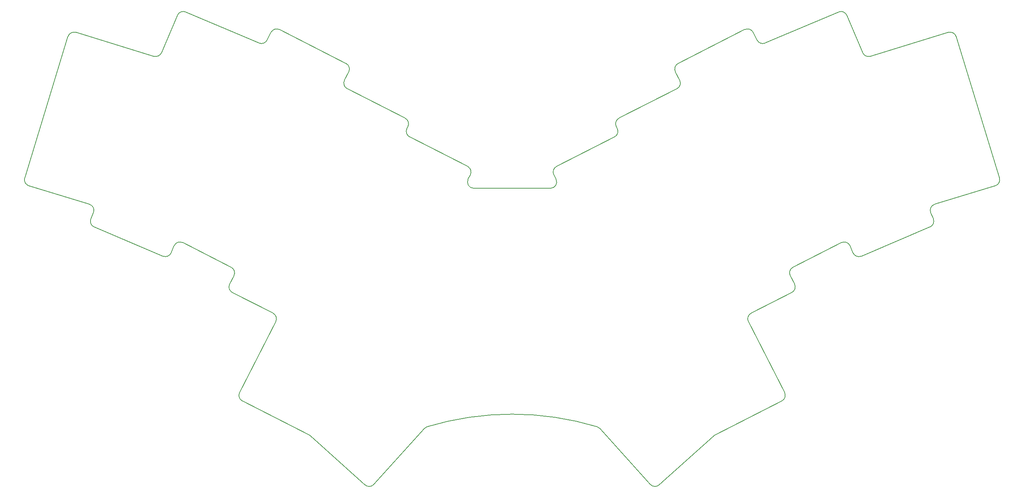
<source format=gbr>
%TF.GenerationSoftware,KiCad,Pcbnew,7.0.2*%
%TF.CreationDate,2023-05-29T21:35:39+02:00*%
%TF.ProjectId,Bolbol,426f6c62-6f6c-42e6-9b69-6361645f7063,rev?*%
%TF.SameCoordinates,Original*%
%TF.FileFunction,Profile,NP*%
%FSLAX46Y46*%
G04 Gerber Fmt 4.6, Leading zero omitted, Abs format (unit mm)*
G04 Created by KiCad (PCBNEW 7.0.2) date 2023-05-29 21:35:39*
%MOMM*%
%LPD*%
G01*
G04 APERTURE LIST*
%TA.AperFunction,Profile*%
%ADD10C,0.150000*%
%TD*%
G04 APERTURE END LIST*
D10*
X126279250Y-53882371D02*
G75*
G03*
X125623706Y-51864868I-1336550J680971D01*
G01*
X251566967Y-75891025D02*
X250955199Y-74449790D01*
X251897412Y-72429280D02*
G75*
G03*
X250955201Y-74449790I438488J-1434420D01*
G01*
X67866427Y-84812915D02*
G75*
G03*
X69833290Y-84018233I586073J1380815D01*
G01*
X208132971Y-98439210D02*
G75*
G03*
X207477416Y-100456642I680929J-1336490D01*
G01*
X86806046Y-119403262D02*
X102743214Y-127523654D01*
X34908625Y-66137852D02*
G75*
G03*
X35904553Y-68010875I1434475J-438548D01*
G01*
X72608896Y-81586063D02*
X84141552Y-87462244D01*
X111157622Y-42810540D02*
G75*
G03*
X111813107Y-44828014I1336278J-681060D01*
G01*
X73284264Y-26493665D02*
G75*
G03*
X71317393Y-27288369I-586064J-1380835D01*
G01*
X257024381Y-32380303D02*
X267345102Y-66137861D01*
X111523537Y-38788258D02*
X95663621Y-30707227D01*
X211476242Y-33919160D02*
X228969510Y-26493708D01*
X51298557Y-74449790D02*
X50686789Y-75891025D01*
X69833290Y-84018232D02*
X70547153Y-82336476D01*
X34908654Y-66137861D02*
X45229375Y-32380303D01*
X94776301Y-100456621D02*
G75*
G03*
X94120817Y-98439146I-1336401J681021D01*
G01*
X84797076Y-89479740D02*
X83775597Y-91484504D01*
X230936323Y-27288386D02*
G75*
G03*
X228969511Y-26493709I-1380723J-586014D01*
G01*
X176630070Y-51864909D02*
G75*
G03*
X175974526Y-53882363I680930J-1336491D01*
G01*
X209553635Y-33219388D02*
X208607631Y-31362751D01*
X86150522Y-117385766D02*
X94776341Y-100456642D01*
X190730241Y-38788299D02*
G75*
G03*
X190074696Y-40805754I680959J-1336501D01*
G01*
X111813106Y-44828014D02*
X125623707Y-51864867D01*
X175974525Y-53882362D02*
X176201520Y-54327866D01*
X234729068Y-36223552D02*
G75*
G03*
X236548431Y-37071892I1380732J586052D01*
G01*
X103065924Y-127745447D02*
X116052793Y-139438877D01*
X161079871Y-65399709D02*
X161603394Y-66427181D01*
X218478159Y-91484504D02*
X217456681Y-89479740D01*
X190074696Y-40805754D02*
X191096174Y-42810519D01*
X231706556Y-82336496D02*
G75*
G03*
X229644860Y-81586065I-1380756J-586104D01*
G01*
X209553583Y-33219415D02*
G75*
G03*
X211476242Y-33919160I1336517J681015D01*
G01*
X72608884Y-81586087D02*
G75*
G03*
X70547152Y-82336476I-680984J-1336513D01*
G01*
X234387320Y-84812893D02*
X250772307Y-77857879D01*
X236548430Y-37071892D02*
X255151366Y-31384404D01*
X231706603Y-82336476D02*
X232420466Y-84018232D01*
X232420420Y-84018251D02*
G75*
G03*
X234387320Y-84812893I1380780J586151D01*
G01*
X126707760Y-56345361D02*
X140518361Y-63382214D01*
X140650363Y-66427181D02*
X141173885Y-65399709D01*
X50686740Y-75891004D02*
G75*
G03*
X51481449Y-77857879I1380760J-586096D01*
G01*
X172066588Y-125982777D02*
X184082550Y-139327855D01*
X116052802Y-139438867D02*
G75*
G03*
X118171205Y-139327855I1003698J1114667D01*
G01*
X206590136Y-30707227D02*
X190730220Y-38788258D01*
X126052236Y-54327866D02*
X126279231Y-53882362D01*
X47102390Y-31384404D02*
X65705326Y-37071892D01*
X141986872Y-68608166D02*
X160266884Y-68608166D01*
X176630049Y-51864867D02*
X190440650Y-44828014D01*
X141173866Y-65399699D02*
G75*
G03*
X140518360Y-63382214I-1336466J680999D01*
G01*
X208132939Y-98439147D02*
X217822635Y-93502000D01*
X112179079Y-40805763D02*
G75*
G03*
X111523537Y-38788259I-1336579J680963D01*
G01*
X186200963Y-139438877D02*
X199187833Y-127745447D01*
X184082587Y-139327822D02*
G75*
G03*
X186200962Y-139438877I1114713J1003622D01*
G01*
X140650350Y-66427174D02*
G75*
G03*
X141986871Y-68608165I1336450J-681026D01*
G01*
X90777510Y-33919172D02*
G75*
G03*
X92700122Y-33219387I586090J1380772D01*
G01*
X160266884Y-68608201D02*
G75*
G03*
X161603394Y-66427180I16J1500001D01*
G01*
X130867758Y-125550654D02*
G75*
G03*
X130187169Y-125982777I434242J-1435946D01*
G01*
X111157582Y-42810519D02*
X112179061Y-40805754D01*
X118171206Y-139327855D02*
X130187169Y-125982777D01*
X257024432Y-32380287D02*
G75*
G03*
X255151366Y-31384405I-1434432J-438513D01*
G01*
X161735395Y-63382214D02*
X175545996Y-56345361D01*
X215447725Y-119403290D02*
G75*
G03*
X216103235Y-117385766I-680925J1336490D01*
G01*
X172066591Y-125982774D02*
G75*
G03*
X171385995Y-125550668I-1114791J-1003826D01*
G01*
X84431121Y-93502000D02*
X94120817Y-98439147D01*
X171385994Y-125550668D02*
G75*
G03*
X130867762Y-125550668I-20259116J-67004233D01*
G01*
X67524641Y-36223532D02*
X71317393Y-27288369D01*
X218112205Y-87462244D02*
X229644860Y-81586063D01*
X103065922Y-127745449D02*
G75*
G03*
X102743214Y-127523655I-1003522J-1114451D01*
G01*
X207477415Y-100456642D02*
X216103235Y-117385766D01*
X250772328Y-77857929D02*
G75*
G03*
X251566967Y-75891025I-586028J1380729D01*
G01*
X161735418Y-63382259D02*
G75*
G03*
X161079872Y-65399710I681082J-1336541D01*
G01*
X83775606Y-91484509D02*
G75*
G03*
X84431121Y-93502000I1336494J-680991D01*
G01*
X251897399Y-72429236D02*
X266349203Y-68010876D01*
X126052197Y-54327846D02*
G75*
G03*
X126707761Y-56345360I1336603J-680954D01*
G01*
X95663607Y-30707255D02*
G75*
G03*
X93646125Y-31362751I-681007J-1336445D01*
G01*
X93646125Y-31362751D02*
X92700121Y-33219388D01*
X51481450Y-77857879D02*
X67866436Y-84812893D01*
X86150447Y-117385728D02*
G75*
G03*
X86806046Y-119403262I1336553J-680972D01*
G01*
X51298565Y-74449793D02*
G75*
G03*
X50356358Y-72429237I-1380765J586093D01*
G01*
X73284247Y-26493708D02*
X90777515Y-33919160D01*
X230936364Y-27288369D02*
X234729116Y-36223532D01*
X199510543Y-127523654D02*
X215447711Y-119403262D01*
X208607590Y-31362772D02*
G75*
G03*
X206590136Y-30707228I-1336490J-680928D01*
G01*
X35904554Y-68010876D02*
X50356357Y-72429236D01*
X84797144Y-89479774D02*
G75*
G03*
X84141552Y-87462245I-1336544J680974D01*
G01*
X175546028Y-56345423D02*
G75*
G03*
X176201520Y-54327866I-681028J1336523D01*
G01*
X218112232Y-87462296D02*
G75*
G03*
X217456681Y-89479739I680968J-1336504D01*
G01*
X190440660Y-44828034D02*
G75*
G03*
X191096174Y-42810519I-681060J1336534D01*
G01*
X65705338Y-37071853D02*
G75*
G03*
X67524640Y-36223531I438562J1434453D01*
G01*
X199510537Y-127523642D02*
G75*
G03*
X199187833Y-127745446I681563J-1337258D01*
G01*
X47102370Y-31384469D02*
G75*
G03*
X45229377Y-32380304I-438570J-1434431D01*
G01*
X266349222Y-68010938D02*
G75*
G03*
X267345102Y-66137861I-438522J1434438D01*
G01*
X217822651Y-93502031D02*
G75*
G03*
X218478159Y-91484504I-681051J1336531D01*
G01*
M02*

</source>
